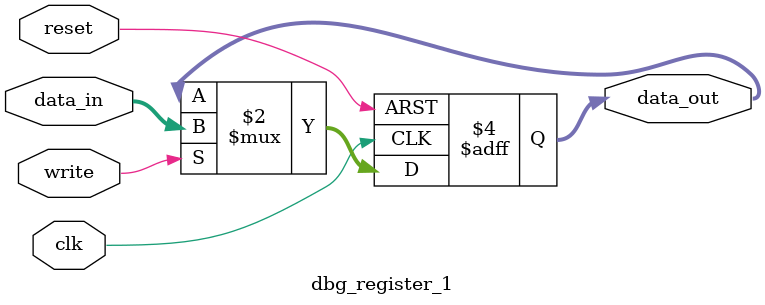
<source format=v>
module dbg_register_1 (
                      data_in, 
                      data_out, 
                      write, 
                      clk, 
                      reset
                    );
parameter WIDTH = 8; 
parameter RESET_VALUE = 0;
input   [WIDTH-1:0] data_in;
input               write;
input               clk;
input               reset;
output  [WIDTH-1:0] data_out;
reg     [WIDTH-1:0] data_out;
always @ (posedge clk or posedge reset)
begin
  if(reset)
    data_out[WIDTH-1:0] <=  RESET_VALUE;
  else if(write)
    data_out[WIDTH-1:0] <=  data_in[WIDTH-1:0];
end
endmodule
</source>
